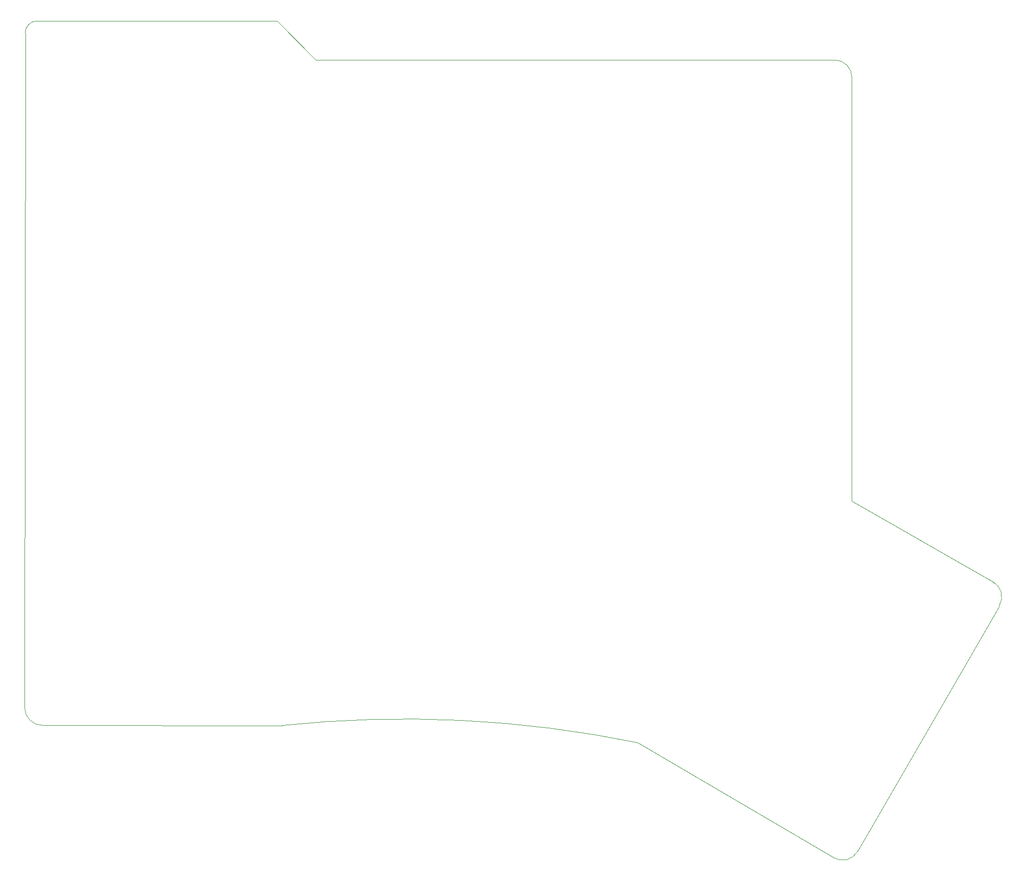
<source format=gm1>
G04 #@! TF.GenerationSoftware,KiCad,Pcbnew,(5.1.5)-3*
G04 #@! TF.CreationDate,2020-05-15T01:32:17+04:00*
G04 #@! TF.ProjectId,redox_rev2_ng-BOTTOM,7265646f-785f-4726-9576-325f6e672d42,2.0 NG*
G04 #@! TF.SameCoordinates,Original*
G04 #@! TF.FileFunction,Profile,NP*
%FSLAX46Y46*%
G04 Gerber Fmt 4.6, Leading zero omitted, Abs format (unit mm)*
G04 Created by KiCad (PCBNEW (5.1.5)-3) date 2020-05-15 01:32:17*
%MOMM*%
%LPD*%
G04 APERTURE LIST*
%ADD10C,0.100000*%
G04 APERTURE END LIST*
D10*
X121800000Y-35983500D02*
X128300000Y-42600000D01*
X79100000Y-37983500D02*
G75*
G02X81100000Y-35983500I2000000J0D01*
G01*
X81100000Y-35983500D02*
X121800000Y-35983500D01*
X122659683Y-155417003D02*
G75*
G02X182950000Y-158350000I20692823J-195767554D01*
G01*
X82000000Y-155400000D02*
X122659683Y-155417004D01*
X82000000Y-155400000D02*
G75*
G02X79000000Y-152400000I0J3000000D01*
G01*
X79100000Y-37983500D02*
X79000000Y-152400000D01*
X243151923Y-131071775D02*
G75*
G02X244200000Y-135100000I-1451923J-2528225D01*
G01*
X219210000Y-45584917D02*
X219210000Y-117314917D01*
X219210000Y-117314917D02*
X243150000Y-131070000D01*
X216300000Y-42600000D02*
X128300000Y-42600000D01*
X182950000Y-158350000D02*
X216100000Y-177850000D01*
X220198073Y-176751923D02*
G75*
G02X216100000Y-177850000I-2598075J1499998D01*
G01*
X216300000Y-42600000D02*
G75*
G02X219210000Y-45584917I-5066J-2915879D01*
G01*
X220200000Y-176750000D02*
X244200000Y-135100000D01*
M02*

</source>
